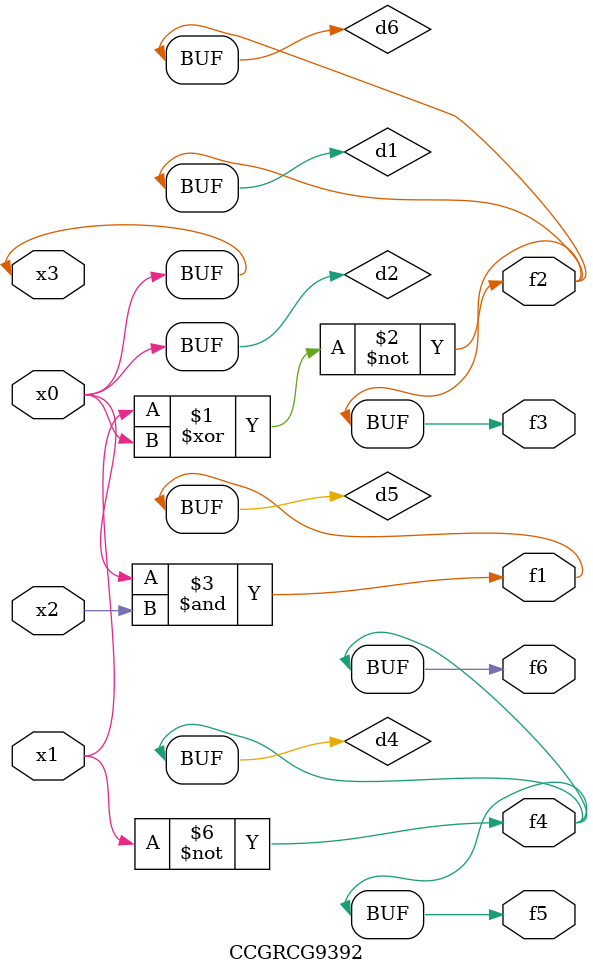
<source format=v>
module CCGRCG9392(
	input x0, x1, x2, x3,
	output f1, f2, f3, f4, f5, f6
);

	wire d1, d2, d3, d4, d5, d6;

	xnor (d1, x1, x3);
	buf (d2, x0, x3);
	nand (d3, x0, x2);
	not (d4, x1);
	nand (d5, d3);
	or (d6, d1);
	assign f1 = d5;
	assign f2 = d6;
	assign f3 = d6;
	assign f4 = d4;
	assign f5 = d4;
	assign f6 = d4;
endmodule

</source>
